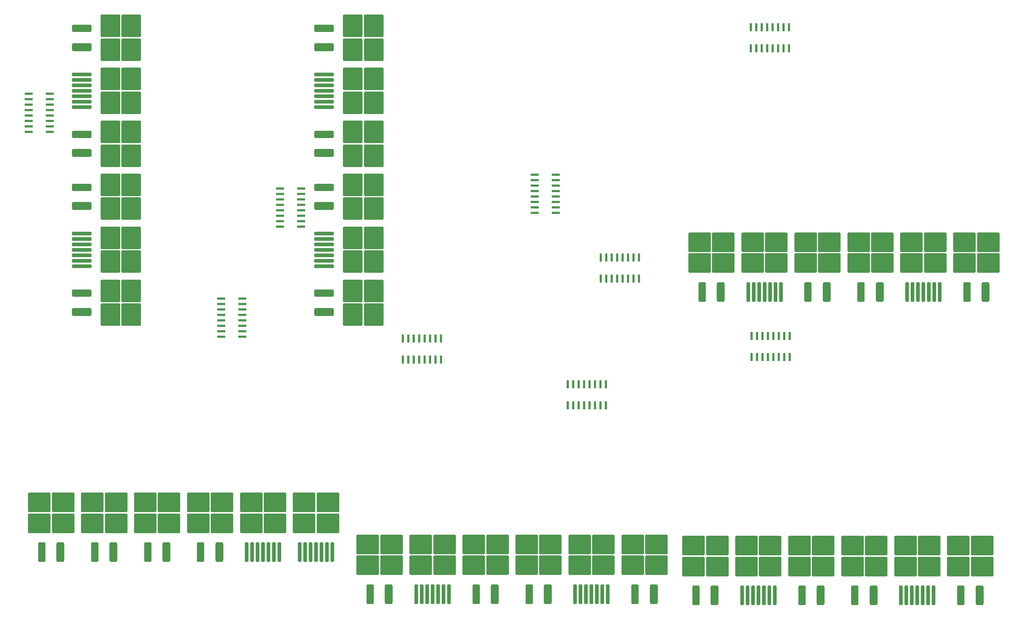
<source format=gbr>
%TF.GenerationSoftware,KiCad,Pcbnew,9.0.2*%
%TF.CreationDate,2025-10-03T07:29:49+01:00*%
%TF.ProjectId,MotorControl,4d6f746f-7243-46f6-9e74-726f6c2e6b69,rev?*%
%TF.SameCoordinates,Original*%
%TF.FileFunction,Paste,Top*%
%TF.FilePolarity,Positive*%
%FSLAX46Y46*%
G04 Gerber Fmt 4.6, Leading zero omitted, Abs format (unit mm)*
G04 Created by KiCad (PCBNEW 9.0.2) date 2025-10-03 07:29:49*
%MOMM*%
%LPD*%
G01*
G04 APERTURE LIST*
G04 Aperture macros list*
%AMRoundRect*
0 Rectangle with rounded corners*
0 $1 Rounding radius*
0 $2 $3 $4 $5 $6 $7 $8 $9 X,Y pos of 4 corners*
0 Add a 4 corners polygon primitive as box body*
4,1,4,$2,$3,$4,$5,$6,$7,$8,$9,$2,$3,0*
0 Add four circle primitives for the rounded corners*
1,1,$1+$1,$2,$3*
1,1,$1+$1,$4,$5*
1,1,$1+$1,$6,$7*
1,1,$1+$1,$8,$9*
0 Add four rect primitives between the rounded corners*
20,1,$1+$1,$2,$3,$4,$5,0*
20,1,$1+$1,$4,$5,$6,$7,0*
20,1,$1+$1,$6,$7,$8,$9,0*
20,1,$1+$1,$8,$9,$2,$3,0*%
G04 Aperture macros list end*
%ADD10RoundRect,0.250000X2.375000X-2.025000X2.375000X2.025000X-2.375000X2.025000X-2.375000X-2.025000X0*%
%ADD11RoundRect,0.402091X0.482509X-1.897909X0.482509X1.897909X-0.482509X1.897909X-0.482509X-1.897909X0*%
%ADD12RoundRect,0.425182X0.510218X-1.874818X0.510218X1.874818X-0.510218X1.874818X-0.510218X-1.874818X0*%
%ADD13RoundRect,0.200000X0.200000X-2.100000X0.200000X2.100000X-0.200000X2.100000X-0.200000X-2.100000X0*%
%ADD14R,0.558800X1.981200*%
%ADD15RoundRect,0.250000X-2.025000X-2.375000X2.025000X-2.375000X2.025000X2.375000X-2.025000X2.375000X0*%
%ADD16RoundRect,0.402091X-1.897909X-0.482509X1.897909X-0.482509X1.897909X0.482509X-1.897909X0.482509X0*%
%ADD17RoundRect,0.425182X-1.874818X-0.510218X1.874818X-0.510218X1.874818X0.510218X-1.874818X0.510218X0*%
%ADD18R,1.981200X0.558800*%
%ADD19RoundRect,0.200000X-2.100000X-0.200000X2.100000X-0.200000X2.100000X0.200000X-2.100000X0.200000X0*%
G04 APERTURE END LIST*
D10*
%TO.C,Q23*%
X152757200Y-150800600D03*
X158307200Y-150800600D03*
X152757200Y-145950600D03*
X158307200Y-145950600D03*
D11*
X153326800Y-157525600D03*
D12*
X157686800Y-157525600D03*
%TD*%
D10*
%TO.C,Q24*%
X165107200Y-150800600D03*
X170657200Y-150800600D03*
X165107200Y-145950600D03*
X170657200Y-145950600D03*
D13*
X164072200Y-157525600D03*
X165342200Y-157525600D03*
X166612200Y-157525600D03*
X167882200Y-157525600D03*
X169152200Y-157525600D03*
X170422200Y-157525600D03*
X171692200Y-157525600D03*
%TD*%
D10*
%TO.C,Q51*%
X228688800Y-151103200D03*
X234238800Y-151103200D03*
X228688800Y-146253200D03*
X234238800Y-146253200D03*
D11*
X229258400Y-157828200D03*
D12*
X233618400Y-157828200D03*
%TD*%
D10*
%TO.C,Q34*%
X193066800Y-80364200D03*
X198616800Y-80364200D03*
X193066800Y-75514200D03*
X198616800Y-75514200D03*
D11*
X193636400Y-87089200D03*
D12*
X197996400Y-87089200D03*
%TD*%
D10*
%TO.C,Q49*%
X203988800Y-151103200D03*
X209538800Y-151103200D03*
X203988800Y-146253200D03*
X209538800Y-146253200D03*
D13*
X202953800Y-157828200D03*
X204223800Y-157828200D03*
X205493800Y-157828200D03*
X206763800Y-157828200D03*
X208033800Y-157828200D03*
X209303800Y-157828200D03*
X210573800Y-157828200D03*
%TD*%
D10*
%TO.C,Q27*%
X177457200Y-150800600D03*
X183007200Y-150800600D03*
X177457200Y-145950600D03*
X183007200Y-145950600D03*
D11*
X178026800Y-157525600D03*
D12*
X182386800Y-157525600D03*
%TD*%
D10*
%TO.C,Q37*%
X230116800Y-80364200D03*
X235666800Y-80364200D03*
X230116800Y-75514200D03*
X235666800Y-75514200D03*
D11*
X230686400Y-87089200D03*
D12*
X235046400Y-87089200D03*
%TD*%
D10*
%TO.C,Q85*%
X88556000Y-141017200D03*
X94106000Y-141017200D03*
X88556000Y-136167200D03*
X94106000Y-136167200D03*
D13*
X87521000Y-147742200D03*
X88791000Y-147742200D03*
X90061000Y-147742200D03*
X91331000Y-147742200D03*
X92601000Y-147742200D03*
X93871000Y-147742200D03*
X95141000Y-147742200D03*
%TD*%
D14*
%TO.C,U18*%
X170053000Y-84023200D03*
X171323000Y-84023200D03*
X172593000Y-84023200D03*
X173863000Y-84023200D03*
X175133000Y-84023200D03*
X176403000Y-84023200D03*
X177673000Y-84023200D03*
X178943000Y-84023200D03*
X178943000Y-79095600D03*
X177673000Y-79095600D03*
X176403000Y-79095600D03*
X175133000Y-79095600D03*
X173863000Y-79095600D03*
X172593000Y-79095600D03*
X171323000Y-79095600D03*
X170053000Y-79095600D03*
%TD*%
D10*
%TO.C,Q8*%
X63856000Y-141017200D03*
X69406000Y-141017200D03*
X63856000Y-136167200D03*
X69406000Y-136167200D03*
D11*
X64425600Y-147742200D03*
D12*
X68785600Y-147742200D03*
%TD*%
D15*
%TO.C,Q69*%
X55752200Y-86833200D03*
X55752200Y-92383200D03*
X60602200Y-86833200D03*
X60602200Y-92383200D03*
D16*
X49027200Y-87402800D03*
D17*
X49027200Y-91762800D03*
%TD*%
D18*
%TO.C,U21*%
X154609800Y-59740800D03*
X154609800Y-61010800D03*
X154609800Y-62280800D03*
X154609800Y-63550800D03*
X154609800Y-64820800D03*
X154609800Y-66090800D03*
X154609800Y-67360800D03*
X154609800Y-68630800D03*
X159537400Y-68630800D03*
X159537400Y-67360800D03*
X159537400Y-66090800D03*
X159537400Y-64820800D03*
X159537400Y-63550800D03*
X159537400Y-62280800D03*
X159537400Y-61010800D03*
X159537400Y-59740800D03*
%TD*%
D10*
%TO.C,Q55*%
X253388800Y-151103200D03*
X258938800Y-151103200D03*
X253388800Y-146253200D03*
X258938800Y-146253200D03*
D11*
X253958400Y-157828200D03*
D12*
X258318400Y-157828200D03*
%TD*%
D10*
%TO.C,Q21*%
X128057200Y-150800600D03*
X133607200Y-150800600D03*
X128057200Y-145950600D03*
X133607200Y-145950600D03*
D13*
X127022200Y-157525600D03*
X128292200Y-157525600D03*
X129562200Y-157525600D03*
X130832200Y-157525600D03*
X132102200Y-157525600D03*
X133372200Y-157525600D03*
X134642200Y-157525600D03*
%TD*%
D10*
%TO.C,Q20*%
X115707200Y-150800600D03*
X121257200Y-150800600D03*
X115707200Y-145950600D03*
X121257200Y-145950600D03*
D11*
X116276800Y-157525600D03*
D12*
X120636800Y-157525600D03*
%TD*%
D10*
%TO.C,Q52*%
X241038800Y-151103200D03*
X246588800Y-151103200D03*
X241038800Y-146253200D03*
X246588800Y-146253200D03*
D13*
X240003800Y-157828200D03*
X241273800Y-157828200D03*
X242543800Y-157828200D03*
X243813800Y-157828200D03*
X245083800Y-157828200D03*
X246353800Y-157828200D03*
X247623800Y-157828200D03*
%TD*%
D15*
%TO.C,Q79*%
X112252200Y-62133200D03*
X112252200Y-67683200D03*
X117102200Y-62133200D03*
X117102200Y-67683200D03*
D16*
X105527200Y-62702800D03*
D17*
X105527200Y-67062800D03*
%TD*%
D10*
%TO.C,Q11*%
X76206000Y-141017200D03*
X81756000Y-141017200D03*
X76206000Y-136167200D03*
X81756000Y-136167200D03*
D11*
X76775600Y-147742200D03*
D12*
X81135600Y-147742200D03*
%TD*%
D15*
%TO.C,Q63*%
X55752200Y-37433200D03*
X55752200Y-42983200D03*
X60602200Y-37433200D03*
X60602200Y-42983200D03*
D19*
X49027200Y-36398200D03*
X49027200Y-37668200D03*
X49027200Y-38938200D03*
X49027200Y-40208200D03*
X49027200Y-41478200D03*
X49027200Y-42748200D03*
X49027200Y-44018200D03*
%TD*%
D10*
%TO.C,Q7*%
X51506000Y-141017200D03*
X57056000Y-141017200D03*
X51506000Y-136167200D03*
X57056000Y-136167200D03*
D11*
X52075600Y-147742200D03*
D12*
X56435600Y-147742200D03*
%TD*%
D18*
%TO.C,U13*%
X86463800Y-97495000D03*
X86463800Y-96225000D03*
X86463800Y-94955000D03*
X86463800Y-93685000D03*
X86463800Y-92415000D03*
X86463800Y-91145000D03*
X86463800Y-89875000D03*
X86463800Y-88605000D03*
X81536200Y-88605000D03*
X81536200Y-89875000D03*
X81536200Y-91145000D03*
X81536200Y-92415000D03*
X81536200Y-93685000D03*
X81536200Y-94955000D03*
X81536200Y-96225000D03*
X81536200Y-97495000D03*
%TD*%
%TO.C,U20*%
X36677600Y-40894000D03*
X36677600Y-42164000D03*
X36677600Y-43434000D03*
X36677600Y-44704000D03*
X36677600Y-45974000D03*
X36677600Y-47244000D03*
X36677600Y-48514000D03*
X36677600Y-49784000D03*
X41605200Y-49784000D03*
X41605200Y-48514000D03*
X41605200Y-47244000D03*
X41605200Y-45974000D03*
X41605200Y-44704000D03*
X41605200Y-43434000D03*
X41605200Y-42164000D03*
X41605200Y-40894000D03*
%TD*%
D15*
%TO.C,Q65*%
X55752200Y-62133200D03*
X55752200Y-67683200D03*
X60602200Y-62133200D03*
X60602200Y-67683200D03*
D16*
X49027200Y-62702800D03*
D17*
X49027200Y-67062800D03*
%TD*%
D15*
%TO.C,Q80*%
X112252200Y-74483200D03*
X112252200Y-80033200D03*
X117102200Y-74483200D03*
X117102200Y-80033200D03*
D19*
X105527200Y-73448200D03*
X105527200Y-74718200D03*
X105527200Y-75988200D03*
X105527200Y-77258200D03*
X105527200Y-78528200D03*
X105527200Y-79798200D03*
X105527200Y-81068200D03*
%TD*%
D10*
%TO.C,Q41*%
X254816800Y-80364200D03*
X260366800Y-80364200D03*
X254816800Y-75514200D03*
X260366800Y-75514200D03*
D11*
X255386400Y-87089200D03*
D12*
X259746400Y-87089200D03*
%TD*%
D10*
%TO.C,Q38*%
X242466800Y-80364200D03*
X248016800Y-80364200D03*
X242466800Y-75514200D03*
X248016800Y-75514200D03*
D13*
X241431800Y-87089200D03*
X242701800Y-87089200D03*
X243971800Y-87089200D03*
X245241800Y-87089200D03*
X246511800Y-87089200D03*
X247781800Y-87089200D03*
X249051800Y-87089200D03*
%TD*%
D10*
%TO.C,Q36*%
X217766800Y-80364200D03*
X223316800Y-80364200D03*
X217766800Y-75514200D03*
X223316800Y-75514200D03*
D11*
X218336400Y-87089200D03*
D12*
X222696400Y-87089200D03*
%TD*%
D14*
%TO.C,U15*%
X205181200Y-102311200D03*
X206451200Y-102311200D03*
X207721200Y-102311200D03*
X208991200Y-102311200D03*
X210261200Y-102311200D03*
X211531200Y-102311200D03*
X212801200Y-102311200D03*
X214071200Y-102311200D03*
X214071200Y-97383600D03*
X212801200Y-97383600D03*
X211531200Y-97383600D03*
X210261200Y-97383600D03*
X208991200Y-97383600D03*
X207721200Y-97383600D03*
X206451200Y-97383600D03*
X205181200Y-97383600D03*
%TD*%
%TO.C,U19*%
X204978000Y-30302200D03*
X206248000Y-30302200D03*
X207518000Y-30302200D03*
X208788000Y-30302200D03*
X210058000Y-30302200D03*
X211328000Y-30302200D03*
X212598000Y-30302200D03*
X213868000Y-30302200D03*
X213868000Y-25374600D03*
X212598000Y-25374600D03*
X211328000Y-25374600D03*
X210058000Y-25374600D03*
X208788000Y-25374600D03*
X207518000Y-25374600D03*
X206248000Y-25374600D03*
X204978000Y-25374600D03*
%TD*%
D10*
%TO.C,Q22*%
X140407200Y-150800600D03*
X145957200Y-150800600D03*
X140407200Y-145950600D03*
X145957200Y-145950600D03*
D11*
X140976800Y-157525600D03*
D12*
X145336800Y-157525600D03*
%TD*%
D10*
%TO.C,Q35*%
X205416800Y-80364200D03*
X210966800Y-80364200D03*
X205416800Y-75514200D03*
X210966800Y-75514200D03*
D13*
X204381800Y-87089200D03*
X205651800Y-87089200D03*
X206921800Y-87089200D03*
X208191800Y-87089200D03*
X209461800Y-87089200D03*
X210731800Y-87089200D03*
X212001800Y-87089200D03*
%TD*%
D10*
%TO.C,Q50*%
X216338800Y-151103200D03*
X221888800Y-151103200D03*
X216338800Y-146253200D03*
X221888800Y-146253200D03*
D11*
X216908400Y-157828200D03*
D12*
X221268400Y-157828200D03*
%TD*%
D10*
%TO.C,Q48*%
X191638800Y-151103200D03*
X197188800Y-151103200D03*
X191638800Y-146253200D03*
X197188800Y-146253200D03*
D11*
X192208400Y-157828200D03*
D12*
X196568400Y-157828200D03*
%TD*%
D15*
%TO.C,Q76*%
X112252200Y-25083200D03*
X112252200Y-30633200D03*
X117102200Y-25083200D03*
X117102200Y-30633200D03*
D16*
X105527200Y-25652800D03*
D17*
X105527200Y-30012800D03*
%TD*%
D14*
%TO.C,U16*%
X162306000Y-113538000D03*
X163576000Y-113538000D03*
X164846000Y-113538000D03*
X166116000Y-113538000D03*
X167386000Y-113538000D03*
X168656000Y-113538000D03*
X169926000Y-113538000D03*
X171196000Y-113538000D03*
X171196000Y-108610400D03*
X169926000Y-108610400D03*
X168656000Y-108610400D03*
X167386000Y-108610400D03*
X166116000Y-108610400D03*
X164846000Y-108610400D03*
X163576000Y-108610400D03*
X162306000Y-108610400D03*
%TD*%
D10*
%TO.C,Q6*%
X39156000Y-141017200D03*
X44706000Y-141017200D03*
X39156000Y-136167200D03*
X44706000Y-136167200D03*
D11*
X39725600Y-147742200D03*
D12*
X44085600Y-147742200D03*
%TD*%
D10*
%TO.C,Q86*%
X100906000Y-141017200D03*
X106456000Y-141017200D03*
X100906000Y-136167200D03*
X106456000Y-136167200D03*
D13*
X99871000Y-147742200D03*
X101141000Y-147742200D03*
X102411000Y-147742200D03*
X103681000Y-147742200D03*
X104951000Y-147742200D03*
X106221000Y-147742200D03*
X107491000Y-147742200D03*
%TD*%
D15*
%TO.C,Q64*%
X55752200Y-49783200D03*
X55752200Y-55333200D03*
X60602200Y-49783200D03*
X60602200Y-55333200D03*
D16*
X49027200Y-50352800D03*
D17*
X49027200Y-54712800D03*
%TD*%
D15*
%TO.C,Q77*%
X112252200Y-37433200D03*
X112252200Y-42983200D03*
X117102200Y-37433200D03*
X117102200Y-42983200D03*
D19*
X105527200Y-36398200D03*
X105527200Y-37668200D03*
X105527200Y-38938200D03*
X105527200Y-40208200D03*
X105527200Y-41478200D03*
X105527200Y-42748200D03*
X105527200Y-44018200D03*
%TD*%
D14*
%TO.C,U23*%
X123901200Y-102895400D03*
X125171200Y-102895400D03*
X126441200Y-102895400D03*
X127711200Y-102895400D03*
X128981200Y-102895400D03*
X130251200Y-102895400D03*
X131521200Y-102895400D03*
X132791200Y-102895400D03*
X132791200Y-97967800D03*
X131521200Y-97967800D03*
X130251200Y-97967800D03*
X128981200Y-97967800D03*
X127711200Y-97967800D03*
X126441200Y-97967800D03*
X125171200Y-97967800D03*
X123901200Y-97967800D03*
%TD*%
D15*
%TO.C,Q78*%
X112252200Y-49783200D03*
X112252200Y-55333200D03*
X117102200Y-49783200D03*
X117102200Y-55333200D03*
D16*
X105527200Y-50352800D03*
D17*
X105527200Y-54712800D03*
%TD*%
D15*
%TO.C,Q62*%
X55752200Y-25083200D03*
X55752200Y-30633200D03*
X60602200Y-25083200D03*
X60602200Y-30633200D03*
D16*
X49027200Y-25652800D03*
D17*
X49027200Y-30012800D03*
%TD*%
D15*
%TO.C,Q66*%
X55752200Y-74483200D03*
X55752200Y-80033200D03*
X60602200Y-74483200D03*
X60602200Y-80033200D03*
D19*
X49027200Y-73448200D03*
X49027200Y-74718200D03*
X49027200Y-75988200D03*
X49027200Y-77258200D03*
X49027200Y-78528200D03*
X49027200Y-79798200D03*
X49027200Y-81068200D03*
%TD*%
D18*
%TO.C,U22*%
X95300800Y-62966600D03*
X95300800Y-64236600D03*
X95300800Y-65506600D03*
X95300800Y-66776600D03*
X95300800Y-68046600D03*
X95300800Y-69316600D03*
X95300800Y-70586600D03*
X95300800Y-71856600D03*
X100228400Y-71856600D03*
X100228400Y-70586600D03*
X100228400Y-69316600D03*
X100228400Y-68046600D03*
X100228400Y-66776600D03*
X100228400Y-65506600D03*
X100228400Y-64236600D03*
X100228400Y-62966600D03*
%TD*%
D15*
%TO.C,Q83*%
X112252200Y-86833200D03*
X112252200Y-92383200D03*
X117102200Y-86833200D03*
X117102200Y-92383200D03*
D16*
X105527200Y-87402800D03*
D17*
X105527200Y-91762800D03*
%TD*%
M02*

</source>
